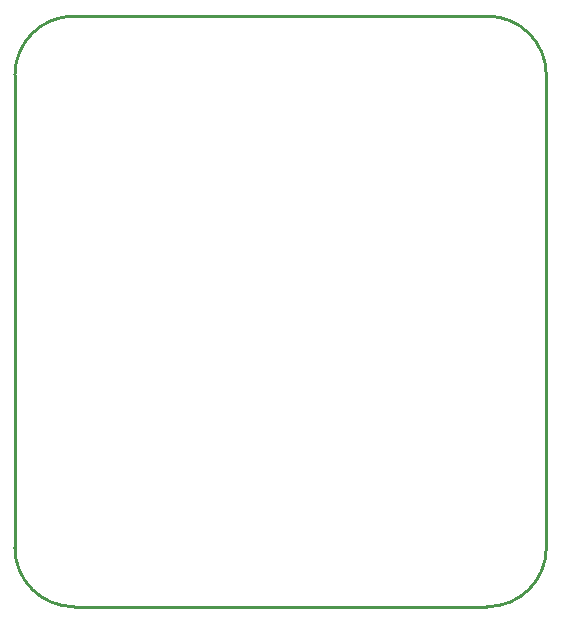
<source format=gm1>
G04*
G04 #@! TF.GenerationSoftware,Altium Limited,Altium Designer,20.2.3 (150)*
G04*
G04 Layer_Color=16711935*
%FSLAX44Y44*%
%MOMM*%
G71*
G04*
G04 #@! TF.SameCoordinates,529A9E34-4FC0-4C7B-B34A-3B4898198E1E*
G04*
G04*
G04 #@! TF.FilePolarity,Positive*
G04*
G01*
G75*
%ADD19C,0.2540*%
D19*
X0Y50000D02*
G03*
X50000Y0I50000J0D01*
G01*
X400000D02*
G03*
X450000Y50000I0J50000D01*
G01*
Y450000D02*
G03*
X400000Y500000I-50000J0D01*
G01*
X50000D02*
G03*
X0Y450000I0J-50000D01*
G01*
X50000Y0D02*
X400000D01*
X50000Y500000D02*
X400000D01*
X450000Y50000D02*
Y450000D01*
X0Y50000D02*
Y450000D01*
Y50000D02*
G03*
X50000Y0I50000J0D01*
G01*
X400000D02*
G03*
X450000Y50000I0J50000D01*
G01*
Y450000D02*
G03*
X400000Y500000I-50000J0D01*
G01*
X50000D02*
G03*
X0Y450000I0J-50000D01*
G01*
X50000Y0D02*
X400000D01*
X50000Y500000D02*
X400000D01*
X450000Y50000D02*
Y450000D01*
X0Y50000D02*
Y450000D01*
M02*

</source>
